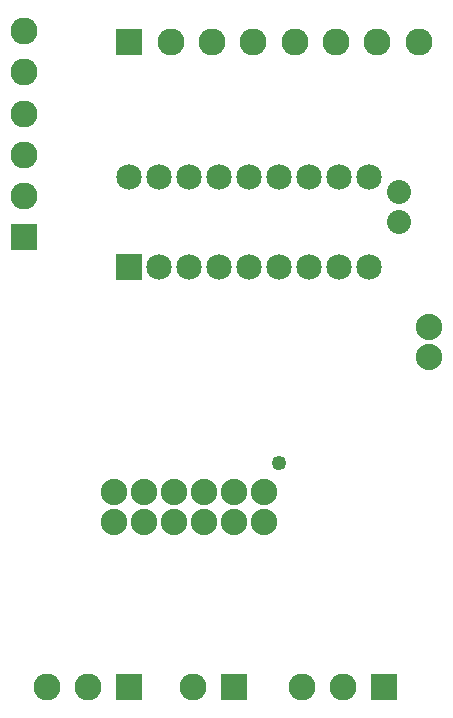
<source format=gts>
G04 MADE WITH FRITZING*
G04 WWW.FRITZING.ORG*
G04 DOUBLE SIDED*
G04 HOLES PLATED*
G04 CONTOUR ON CENTER OF CONTOUR VECTOR*
%ASAXBY*%
%FSLAX23Y23*%
%MOIN*%
%OFA0B0*%
%SFA1.0B1.0*%
%ADD10C,0.085000*%
%ADD11C,0.049370*%
%ADD12C,0.090000*%
%ADD13C,0.080000*%
%ADD14C,0.088000*%
%ADD15R,0.085000X0.085000*%
%ADD16R,0.090000X0.090000*%
%LNMASK1*%
G90*
G70*
G54D10*
X504Y1738D03*
X504Y2038D03*
X604Y1738D03*
X604Y2038D03*
X704Y1738D03*
X704Y2038D03*
X804Y1738D03*
X804Y2038D03*
X904Y1738D03*
X904Y2038D03*
X1004Y1738D03*
X1004Y2038D03*
X1104Y1738D03*
X1104Y2038D03*
X1204Y1738D03*
X1204Y2038D03*
X1304Y1738D03*
X1304Y2038D03*
G54D11*
X1004Y1087D03*
G54D12*
X504Y2488D03*
X642Y2488D03*
X779Y2488D03*
X917Y2488D03*
X1055Y2488D03*
X1193Y2488D03*
X1331Y2488D03*
X1468Y2488D03*
G54D13*
X1404Y1988D03*
X1404Y1888D03*
G54D14*
X1504Y1538D03*
X1504Y1438D03*
G54D12*
X854Y338D03*
X716Y338D03*
G54D14*
X454Y888D03*
X554Y888D03*
X654Y888D03*
X754Y888D03*
X854Y888D03*
X954Y888D03*
X454Y888D03*
X554Y888D03*
X654Y888D03*
X754Y888D03*
X854Y888D03*
X954Y888D03*
X954Y988D03*
X854Y988D03*
X754Y988D03*
X654Y988D03*
X554Y988D03*
X454Y988D03*
G54D12*
X504Y338D03*
X366Y338D03*
X228Y338D03*
X1354Y338D03*
X1216Y338D03*
X1078Y338D03*
X154Y1838D03*
X154Y1976D03*
X154Y2113D03*
X154Y2251D03*
X154Y2389D03*
X154Y2527D03*
G54D15*
X504Y1738D03*
G54D16*
X504Y2488D03*
X854Y338D03*
X504Y338D03*
X1354Y338D03*
X154Y1838D03*
G04 End of Mask1*
M02*
</source>
